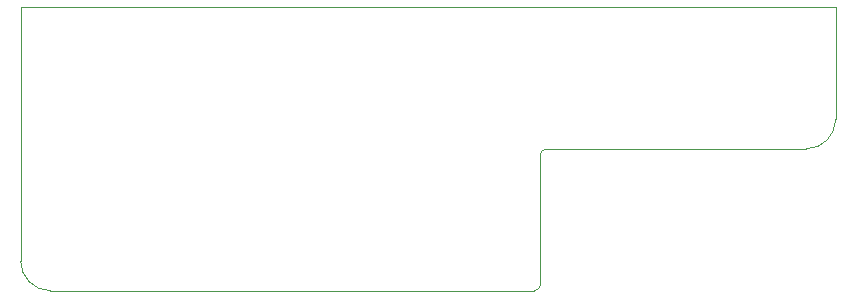
<source format=gbr>
G04 #@! TF.GenerationSoftware,KiCad,Pcbnew,(5.1.4)-1*
G04 #@! TF.CreationDate,2020-06-06T20:18:40+01:00*
G04 #@! TF.ProjectId,RF_R1_USB2USB_SPIPin_v1,52465f52-315f-4555-9342-325553425f53,rev?*
G04 #@! TF.SameCoordinates,Original*
G04 #@! TF.FileFunction,Profile,NP*
%FSLAX46Y46*%
G04 Gerber Fmt 4.6, Leading zero omitted, Abs format (unit mm)*
G04 Created by KiCad (PCBNEW (5.1.4)-1) date 2020-06-06 20:18:40*
%MOMM*%
%LPD*%
G04 APERTURE LIST*
%ADD10C,0.050000*%
G04 APERTURE END LIST*
D10*
X139000000Y-75500000D02*
G75*
G02X138500000Y-76000000I-500000J0D01*
G01*
X164000000Y-61500000D02*
G75*
G02X161500000Y-64000000I-2500000J0D01*
G01*
X97500000Y-76000000D02*
G75*
G02X95000000Y-73500000I0J2500000D01*
G01*
X139000000Y-64500000D02*
G75*
G02X139500000Y-64000000I500000J0D01*
G01*
X95000000Y-52000000D02*
X95000000Y-73500000D01*
X138500000Y-76000000D02*
X97500000Y-76000000D01*
X139000000Y-64500000D02*
X139000000Y-75500000D01*
X161500000Y-64000000D02*
X139500000Y-64000000D01*
X164000000Y-52000000D02*
X164000000Y-61500000D01*
X95000000Y-52000000D02*
X164000000Y-52000000D01*
M02*

</source>
